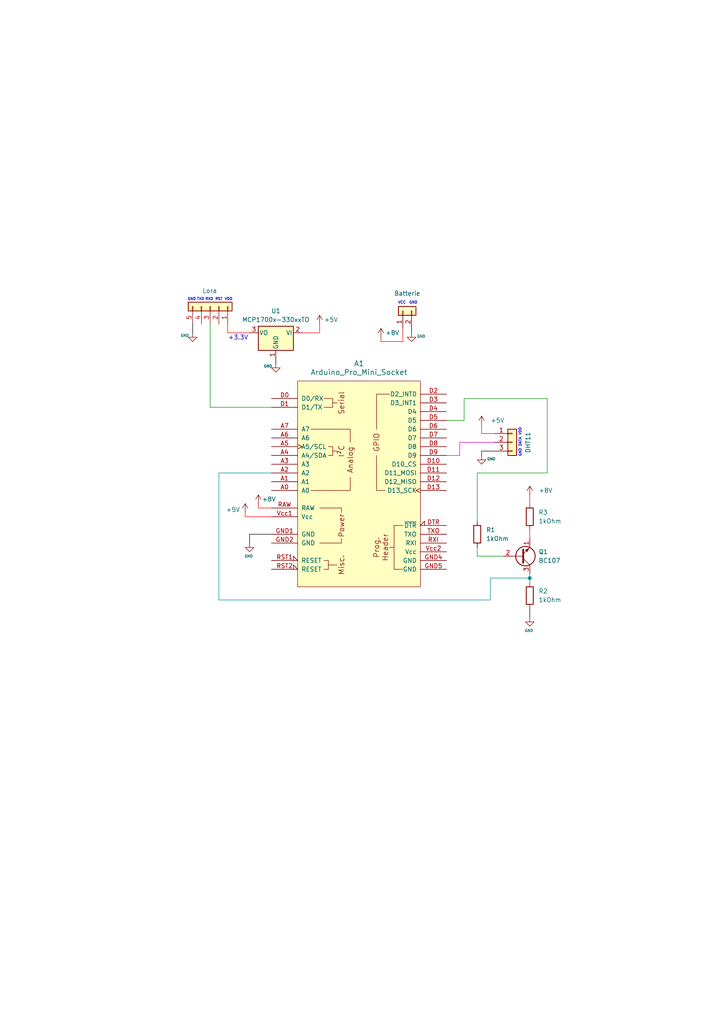
<source format=kicad_sch>
(kicad_sch
	(version 20250114)
	(generator "eeschema")
	(generator_version "9.0")
	(uuid "7caf8978-ebce-4730-ad25-e61529cd09d7")
	(paper "A4" portrait)
	(title_block
		(title "ModuloC")
		(date "2025-11-29")
	)
	(lib_symbols
		(symbol "Connector_Generic:Conn_01x02"
			(pin_names
				(offset 1.016)
				(hide yes)
			)
			(exclude_from_sim no)
			(in_bom yes)
			(on_board yes)
			(property "Reference" "J"
				(at 0 2.54 0)
				(effects
					(font
						(size 1.27 1.27)
					)
				)
			)
			(property "Value" "Conn_01x02"
				(at 0 -5.08 0)
				(effects
					(font
						(size 1.27 1.27)
					)
				)
			)
			(property "Footprint" ""
				(at 0 0 0)
				(effects
					(font
						(size 1.27 1.27)
					)
					(hide yes)
				)
			)
			(property "Datasheet" "~"
				(at 0 0 0)
				(effects
					(font
						(size 1.27 1.27)
					)
					(hide yes)
				)
			)
			(property "Description" "Generic connector, single row, 01x02, script generated (kicad-library-utils/schlib/autogen/connector/)"
				(at 0 0 0)
				(effects
					(font
						(size 1.27 1.27)
					)
					(hide yes)
				)
			)
			(property "ki_keywords" "connector"
				(at 0 0 0)
				(effects
					(font
						(size 1.27 1.27)
					)
					(hide yes)
				)
			)
			(property "ki_fp_filters" "Connector*:*_1x??_*"
				(at 0 0 0)
				(effects
					(font
						(size 1.27 1.27)
					)
					(hide yes)
				)
			)
			(symbol "Conn_01x02_1_1"
				(rectangle
					(start -1.27 1.27)
					(end 1.27 -3.81)
					(stroke
						(width 0.254)
						(type default)
					)
					(fill
						(type background)
					)
				)
				(rectangle
					(start -1.27 0.127)
					(end 0 -0.127)
					(stroke
						(width 0.1524)
						(type default)
					)
					(fill
						(type none)
					)
				)
				(rectangle
					(start -1.27 -2.413)
					(end 0 -2.667)
					(stroke
						(width 0.1524)
						(type default)
					)
					(fill
						(type none)
					)
				)
				(pin passive line
					(at -5.08 0 0)
					(length 3.81)
					(name "Pin_1"
						(effects
							(font
								(size 1.27 1.27)
							)
						)
					)
					(number "1"
						(effects
							(font
								(size 1.27 1.27)
							)
						)
					)
				)
				(pin passive line
					(at -5.08 -2.54 0)
					(length 3.81)
					(name "Pin_2"
						(effects
							(font
								(size 1.27 1.27)
							)
						)
					)
					(number "2"
						(effects
							(font
								(size 1.27 1.27)
							)
						)
					)
				)
			)
			(embedded_fonts no)
		)
		(symbol "Connector_Generic:Conn_01x03"
			(pin_names
				(offset 1.016)
				(hide yes)
			)
			(exclude_from_sim no)
			(in_bom yes)
			(on_board yes)
			(property "Reference" "J"
				(at 0 5.08 0)
				(effects
					(font
						(size 1.27 1.27)
					)
				)
			)
			(property "Value" "Conn_01x03"
				(at 0 -5.08 0)
				(effects
					(font
						(size 1.27 1.27)
					)
				)
			)
			(property "Footprint" ""
				(at 0 0 0)
				(effects
					(font
						(size 1.27 1.27)
					)
					(hide yes)
				)
			)
			(property "Datasheet" "~"
				(at 0 0 0)
				(effects
					(font
						(size 1.27 1.27)
					)
					(hide yes)
				)
			)
			(property "Description" "Generic connector, single row, 01x03, script generated (kicad-library-utils/schlib/autogen/connector/)"
				(at 0 0 0)
				(effects
					(font
						(size 1.27 1.27)
					)
					(hide yes)
				)
			)
			(property "ki_keywords" "connector"
				(at 0 0 0)
				(effects
					(font
						(size 1.27 1.27)
					)
					(hide yes)
				)
			)
			(property "ki_fp_filters" "Connector*:*_1x??_*"
				(at 0 0 0)
				(effects
					(font
						(size 1.27 1.27)
					)
					(hide yes)
				)
			)
			(symbol "Conn_01x03_1_1"
				(rectangle
					(start -1.27 3.81)
					(end 1.27 -3.81)
					(stroke
						(width 0.254)
						(type default)
					)
					(fill
						(type background)
					)
				)
				(rectangle
					(start -1.27 2.667)
					(end 0 2.413)
					(stroke
						(width 0.1524)
						(type default)
					)
					(fill
						(type none)
					)
				)
				(rectangle
					(start -1.27 0.127)
					(end 0 -0.127)
					(stroke
						(width 0.1524)
						(type default)
					)
					(fill
						(type none)
					)
				)
				(rectangle
					(start -1.27 -2.413)
					(end 0 -2.667)
					(stroke
						(width 0.1524)
						(type default)
					)
					(fill
						(type none)
					)
				)
				(pin passive line
					(at -5.08 2.54 0)
					(length 3.81)
					(name "Pin_1"
						(effects
							(font
								(size 1.27 1.27)
							)
						)
					)
					(number "1"
						(effects
							(font
								(size 1.27 1.27)
							)
						)
					)
				)
				(pin passive line
					(at -5.08 0 0)
					(length 3.81)
					(name "Pin_2"
						(effects
							(font
								(size 1.27 1.27)
							)
						)
					)
					(number "2"
						(effects
							(font
								(size 1.27 1.27)
							)
						)
					)
				)
				(pin passive line
					(at -5.08 -2.54 0)
					(length 3.81)
					(name "Pin_3"
						(effects
							(font
								(size 1.27 1.27)
							)
						)
					)
					(number "3"
						(effects
							(font
								(size 1.27 1.27)
							)
						)
					)
				)
			)
			(embedded_fonts no)
		)
		(symbol "Connector_Generic:Conn_01x05"
			(pin_names
				(offset 1.016)
				(hide yes)
			)
			(exclude_from_sim no)
			(in_bom yes)
			(on_board yes)
			(property "Reference" "J"
				(at 0 7.62 0)
				(effects
					(font
						(size 1.27 1.27)
					)
				)
			)
			(property "Value" "Conn_01x05"
				(at 0 -7.62 0)
				(effects
					(font
						(size 1.27 1.27)
					)
				)
			)
			(property "Footprint" ""
				(at 0 0 0)
				(effects
					(font
						(size 1.27 1.27)
					)
					(hide yes)
				)
			)
			(property "Datasheet" "~"
				(at 0 0 0)
				(effects
					(font
						(size 1.27 1.27)
					)
					(hide yes)
				)
			)
			(property "Description" "Generic connector, single row, 01x05, script generated (kicad-library-utils/schlib/autogen/connector/)"
				(at 0 0 0)
				(effects
					(font
						(size 1.27 1.27)
					)
					(hide yes)
				)
			)
			(property "ki_keywords" "connector"
				(at 0 0 0)
				(effects
					(font
						(size 1.27 1.27)
					)
					(hide yes)
				)
			)
			(property "ki_fp_filters" "Connector*:*_1x??_*"
				(at 0 0 0)
				(effects
					(font
						(size 1.27 1.27)
					)
					(hide yes)
				)
			)
			(symbol "Conn_01x05_1_1"
				(rectangle
					(start -1.27 6.35)
					(end 1.27 -6.35)
					(stroke
						(width 0.254)
						(type default)
					)
					(fill
						(type background)
					)
				)
				(rectangle
					(start -1.27 5.207)
					(end 0 4.953)
					(stroke
						(width 0.1524)
						(type default)
					)
					(fill
						(type none)
					)
				)
				(rectangle
					(start -1.27 2.667)
					(end 0 2.413)
					(stroke
						(width 0.1524)
						(type default)
					)
					(fill
						(type none)
					)
				)
				(rectangle
					(start -1.27 0.127)
					(end 0 -0.127)
					(stroke
						(width 0.1524)
						(type default)
					)
					(fill
						(type none)
					)
				)
				(rectangle
					(start -1.27 -2.413)
					(end 0 -2.667)
					(stroke
						(width 0.1524)
						(type default)
					)
					(fill
						(type none)
					)
				)
				(rectangle
					(start -1.27 -4.953)
					(end 0 -5.207)
					(stroke
						(width 0.1524)
						(type default)
					)
					(fill
						(type none)
					)
				)
				(pin passive line
					(at -5.08 5.08 0)
					(length 3.81)
					(name "Pin_1"
						(effects
							(font
								(size 1.27 1.27)
							)
						)
					)
					(number "1"
						(effects
							(font
								(size 1.27 1.27)
							)
						)
					)
				)
				(pin passive line
					(at -5.08 2.54 0)
					(length 3.81)
					(name "Pin_2"
						(effects
							(font
								(size 1.27 1.27)
							)
						)
					)
					(number "2"
						(effects
							(font
								(size 1.27 1.27)
							)
						)
					)
				)
				(pin passive line
					(at -5.08 0 0)
					(length 3.81)
					(name "Pin_3"
						(effects
							(font
								(size 1.27 1.27)
							)
						)
					)
					(number "3"
						(effects
							(font
								(size 1.27 1.27)
							)
						)
					)
				)
				(pin passive line
					(at -5.08 -2.54 0)
					(length 3.81)
					(name "Pin_4"
						(effects
							(font
								(size 1.27 1.27)
							)
						)
					)
					(number "4"
						(effects
							(font
								(size 1.27 1.27)
							)
						)
					)
				)
				(pin passive line
					(at -5.08 -5.08 0)
					(length 3.81)
					(name "Pin_5"
						(effects
							(font
								(size 1.27 1.27)
							)
						)
					)
					(number "5"
						(effects
							(font
								(size 1.27 1.27)
							)
						)
					)
				)
			)
			(embedded_fonts no)
		)
		(symbol "Device:R"
			(pin_numbers
				(hide yes)
			)
			(pin_names
				(offset 0)
			)
			(exclude_from_sim no)
			(in_bom yes)
			(on_board yes)
			(property "Reference" "R"
				(at 2.032 0 90)
				(effects
					(font
						(size 1.27 1.27)
					)
				)
			)
			(property "Value" "R"
				(at 0 0 90)
				(effects
					(font
						(size 1.27 1.27)
					)
				)
			)
			(property "Footprint" ""
				(at -1.778 0 90)
				(effects
					(font
						(size 1.27 1.27)
					)
					(hide yes)
				)
			)
			(property "Datasheet" "~"
				(at 0 0 0)
				(effects
					(font
						(size 1.27 1.27)
					)
					(hide yes)
				)
			)
			(property "Description" "Resistor"
				(at 0 0 0)
				(effects
					(font
						(size 1.27 1.27)
					)
					(hide yes)
				)
			)
			(property "ki_keywords" "R res resistor"
				(at 0 0 0)
				(effects
					(font
						(size 1.27 1.27)
					)
					(hide yes)
				)
			)
			(property "ki_fp_filters" "R_*"
				(at 0 0 0)
				(effects
					(font
						(size 1.27 1.27)
					)
					(hide yes)
				)
			)
			(symbol "R_0_1"
				(rectangle
					(start -1.016 -2.54)
					(end 1.016 2.54)
					(stroke
						(width 0.254)
						(type default)
					)
					(fill
						(type none)
					)
				)
			)
			(symbol "R_1_1"
				(pin passive line
					(at 0 3.81 270)
					(length 1.27)
					(name "~"
						(effects
							(font
								(size 1.27 1.27)
							)
						)
					)
					(number "1"
						(effects
							(font
								(size 1.27 1.27)
							)
						)
					)
				)
				(pin passive line
					(at 0 -3.81 90)
					(length 1.27)
					(name "~"
						(effects
							(font
								(size 1.27 1.27)
							)
						)
					)
					(number "2"
						(effects
							(font
								(size 1.27 1.27)
							)
						)
					)
				)
			)
			(embedded_fonts no)
		)
		(symbol "Regulator_Linear:MCP1700x-330xxTO"
			(pin_names
				(offset 0.254)
			)
			(exclude_from_sim no)
			(in_bom yes)
			(on_board yes)
			(property "Reference" "U"
				(at -3.81 -3.175 0)
				(effects
					(font
						(size 1.27 1.27)
					)
				)
			)
			(property "Value" "MCP1700x-330xxTO"
				(at 0 -3.175 0)
				(effects
					(font
						(size 1.27 1.27)
					)
					(justify left)
				)
			)
			(property "Footprint" "Package_TO_SOT_THT:TO-92_Inline"
				(at 0 -5.08 0)
				(effects
					(font
						(size 1.27 1.27)
						(italic yes)
					)
					(hide yes)
				)
			)
			(property "Datasheet" "http://ww1.microchip.com/downloads/en/DeviceDoc/20001826D.pdf"
				(at 0 0 0)
				(effects
					(font
						(size 1.27 1.27)
					)
					(hide yes)
				)
			)
			(property "Description" "250mA Low Quiscent Current LDO, 3.3V output, TO-92"
				(at 0 0 0)
				(effects
					(font
						(size 1.27 1.27)
					)
					(hide yes)
				)
			)
			(property "ki_keywords" "regulator linear ldo"
				(at 0 0 0)
				(effects
					(font
						(size 1.27 1.27)
					)
					(hide yes)
				)
			)
			(property "ki_fp_filters" "TO?92*"
				(at 0 0 0)
				(effects
					(font
						(size 1.27 1.27)
					)
					(hide yes)
				)
			)
			(symbol "MCP1700x-330xxTO_0_1"
				(rectangle
					(start -5.08 5.08)
					(end 5.08 -1.905)
					(stroke
						(width 0.254)
						(type default)
					)
					(fill
						(type background)
					)
				)
			)
			(symbol "MCP1700x-330xxTO_1_1"
				(pin power_in line
					(at -7.62 0 0)
					(length 2.54)
					(name "VI"
						(effects
							(font
								(size 1.27 1.27)
							)
						)
					)
					(number "2"
						(effects
							(font
								(size 1.27 1.27)
							)
						)
					)
				)
				(pin power_in line
					(at 0 7.62 270)
					(length 2.54)
					(name "GND"
						(effects
							(font
								(size 1.27 1.27)
							)
						)
					)
					(number "1"
						(effects
							(font
								(size 1.27 1.27)
							)
						)
					)
				)
				(pin power_out line
					(at 7.62 0 180)
					(length 2.54)
					(name "VO"
						(effects
							(font
								(size 1.27 1.27)
							)
						)
					)
					(number "3"
						(effects
							(font
								(size 1.27 1.27)
							)
						)
					)
				)
			)
			(embedded_fonts no)
		)
		(symbol "Transistor_BJT:BC107"
			(pin_names
				(offset 0)
				(hide yes)
			)
			(exclude_from_sim no)
			(in_bom yes)
			(on_board yes)
			(property "Reference" "Q"
				(at 5.08 1.905 0)
				(effects
					(font
						(size 1.27 1.27)
					)
					(justify left)
				)
			)
			(property "Value" "BC107"
				(at 5.08 0 0)
				(effects
					(font
						(size 1.27 1.27)
					)
					(justify left)
				)
			)
			(property "Footprint" "Package_TO_SOT_THT:TO-18-3"
				(at 5.08 -1.905 0)
				(effects
					(font
						(size 1.27 1.27)
						(italic yes)
					)
					(justify left)
					(hide yes)
				)
			)
			(property "Datasheet" "http://www.b-kainka.de/Daten/Transistor/BC108.pdf"
				(at 0 0 0)
				(effects
					(font
						(size 1.27 1.27)
					)
					(justify left)
					(hide yes)
				)
			)
			(property "Description" "0.1A Ic, 50V Vce, Low Noise General Purpose NPN Transistor, TO-18"
				(at 0 0 0)
				(effects
					(font
						(size 1.27 1.27)
					)
					(hide yes)
				)
			)
			(property "ki_keywords" "NPN low noise transistor"
				(at 0 0 0)
				(effects
					(font
						(size 1.27 1.27)
					)
					(hide yes)
				)
			)
			(property "ki_fp_filters" "TO?18*"
				(at 0 0 0)
				(effects
					(font
						(size 1.27 1.27)
					)
					(hide yes)
				)
			)
			(symbol "BC107_0_1"
				(polyline
					(pts
						(xy -2.54 0) (xy 0.635 0)
					)
					(stroke
						(width 0)
						(type default)
					)
					(fill
						(type none)
					)
				)
				(polyline
					(pts
						(xy 0.635 1.905) (xy 0.635 -1.905)
					)
					(stroke
						(width 0.508)
						(type default)
					)
					(fill
						(type none)
					)
				)
				(circle
					(center 1.27 0)
					(radius 2.8194)
					(stroke
						(width 0.254)
						(type default)
					)
					(fill
						(type none)
					)
				)
			)
			(symbol "BC107_1_1"
				(polyline
					(pts
						(xy 0.635 0.635) (xy 2.54 2.54)
					)
					(stroke
						(width 0)
						(type default)
					)
					(fill
						(type none)
					)
				)
				(polyline
					(pts
						(xy 0.635 -0.635) (xy 2.54 -2.54)
					)
					(stroke
						(width 0)
						(type default)
					)
					(fill
						(type none)
					)
				)
				(polyline
					(pts
						(xy 1.27 -1.778) (xy 1.778 -1.27) (xy 2.286 -2.286) (xy 1.27 -1.778)
					)
					(stroke
						(width 0)
						(type default)
					)
					(fill
						(type outline)
					)
				)
				(pin input line
					(at -5.08 0 0)
					(length 2.54)
					(name "B"
						(effects
							(font
								(size 1.27 1.27)
							)
						)
					)
					(number "2"
						(effects
							(font
								(size 1.27 1.27)
							)
						)
					)
				)
				(pin passive line
					(at 2.54 5.08 270)
					(length 2.54)
					(name "C"
						(effects
							(font
								(size 1.27 1.27)
							)
						)
					)
					(number "3"
						(effects
							(font
								(size 1.27 1.27)
							)
						)
					)
				)
				(pin passive line
					(at 2.54 -5.08 90)
					(length 2.54)
					(name "E"
						(effects
							(font
								(size 1.27 1.27)
							)
						)
					)
					(number "1"
						(effects
							(font
								(size 1.27 1.27)
							)
						)
					)
				)
			)
			(embedded_fonts no)
		)
		(symbol "arduino:Arduino_Pro_Mini_Socket"
			(pin_names
				(offset 1.016)
			)
			(exclude_from_sim no)
			(in_bom yes)
			(on_board yes)
			(property "Reference" "A"
				(at 0 36.83 0)
				(effects
					(font
						(size 1.524 1.524)
					)
				)
			)
			(property "Value" "Arduino_Pro_Mini_Socket"
				(at 0 33.02 0)
				(effects
					(font
						(size 1.524 1.524)
					)
				)
			)
			(property "Footprint" "PCM_arduino-library:Arduino_Pro_Mini_Socket"
				(at 0 -36.83 0)
				(effects
					(font
						(size 1.524 1.524)
					)
					(hide yes)
				)
			)
			(property "Datasheet" "https://docs.arduino.cc/retired/boards/arduino-pro-mini"
				(at 0 -33.02 0)
				(effects
					(font
						(size 1.524 1.524)
					)
					(hide yes)
				)
			)
			(property "Description" "Socket for Arduino Pro Mini"
				(at 0 0 0)
				(effects
					(font
						(size 1.27 1.27)
					)
					(hide yes)
				)
			)
			(property "ki_keywords" "Arduino MPU Shield"
				(at 0 0 0)
				(effects
					(font
						(size 1.27 1.27)
					)
					(hide yes)
				)
			)
			(property "ki_fp_filters" "Arduino_Pro_Mini_Socket"
				(at 0 0 0)
				(effects
					(font
						(size 1.27 1.27)
					)
					(hide yes)
				)
			)
			(symbol "Arduino_Pro_Mini_Socket_0_0"
				(rectangle
					(start -17.78 30.48)
					(end 17.78 -29.21)
					(stroke
						(width 0)
						(type default)
					)
					(fill
						(type background)
					)
				)
				(polyline
					(pts
						(xy -11.43 -16.51) (xy -5.08 -16.51) (xy -5.08 -15.24)
					)
					(stroke
						(width 0)
						(type default)
					)
					(fill
						(type none)
					)
				)
				(polyline
					(pts
						(xy -10.16 25.4) (xy -7.62 25.4) (xy -7.62 22.86) (xy -10.16 22.86)
					)
					(stroke
						(width 0)
						(type default)
					)
					(fill
						(type none)
					)
				)
				(polyline
					(pts
						(xy -8.89 11.43) (xy -7.62 11.43) (xy -7.62 8.89) (xy -8.89 8.89)
					)
					(stroke
						(width 0)
						(type default)
					)
					(fill
						(type none)
					)
				)
				(polyline
					(pts
						(xy -7.62 24.13) (xy -6.35 24.13)
					)
					(stroke
						(width 0)
						(type default)
					)
					(fill
						(type none)
					)
				)
				(polyline
					(pts
						(xy -7.62 10.16) (xy -6.35 10.16)
					)
					(stroke
						(width 0)
						(type default)
					)
					(fill
						(type none)
					)
				)
				(polyline
					(pts
						(xy -6.35 -22.86) (xy -8.89 -22.86)
					)
					(stroke
						(width 0)
						(type default)
					)
					(fill
						(type none)
					)
				)
				(polyline
					(pts
						(xy -5.08 -7.62) (xy -5.08 -6.35) (xy -11.43 -6.35)
					)
					(stroke
						(width 0)
						(type default)
					)
					(fill
						(type none)
					)
				)
				(polyline
					(pts
						(xy -2.54 12.7) (xy -2.54 16.51) (xy -13.97 16.51)
					)
					(stroke
						(width 0)
						(type default)
					)
					(fill
						(type none)
					)
				)
				(polyline
					(pts
						(xy -2.54 2.54) (xy -2.54 -1.27) (xy -13.97 -1.27)
					)
					(stroke
						(width 0)
						(type default)
					)
					(fill
						(type none)
					)
				)
				(polyline
					(pts
						(xy 12.7 -11.43) (xy 10.16 -11.43) (xy 10.16 -16.51) (xy 10.16 -17.78) (xy 8.89 -17.78) (xy 10.16 -17.78)
						(xy 10.16 -24.13) (xy 12.7 -24.13)
					)
					(stroke
						(width 0)
						(type default)
					)
					(fill
						(type none)
					)
				)
				(text "Serial"
					(at -5.08 24.13 900)
					(effects
						(font
							(size 1.524 1.524)
						)
					)
				)
				(text "I²C"
					(at -5.08 10.16 900)
					(effects
						(font
							(size 1.524 1.524)
						)
					)
				)
				(text "Power"
					(at -5.08 -11.43 900)
					(effects
						(font
							(size 1.524 1.524)
						)
					)
				)
				(text "Misc."
					(at -5.08 -22.86 900)
					(effects
						(font
							(size 1.524 1.524)
						)
					)
				)
				(text "Analog"
					(at -2.54 7.62 900)
					(effects
						(font
							(size 1.524 1.524)
						)
					)
				)
				(text "Prog."
					(at 5.08 -17.78 900)
					(effects
						(font
							(size 1.524 1.524)
						)
					)
				)
				(text "Header"
					(at 7.62 -17.78 900)
					(effects
						(font
							(size 1.524 1.524)
						)
					)
				)
			)
			(symbol "Arduino_Pro_Mini_Socket_0_1"
				(polyline
					(pts
						(xy -10.16 -24.13) (xy -8.89 -24.13) (xy -8.89 -21.59) (xy -10.16 -21.59)
					)
					(stroke
						(width 0)
						(type default)
					)
					(fill
						(type none)
					)
				)
				(polyline
					(pts
						(xy 7.62 -1.27) (xy 5.08 -1.27) (xy 5.08 8.89)
					)
					(stroke
						(width 0)
						(type default)
					)
					(fill
						(type none)
					)
				)
				(polyline
					(pts
						(xy 8.89 26.67) (xy 5.08 26.67) (xy 5.08 16.51)
					)
					(stroke
						(width 0)
						(type default)
					)
					(fill
						(type none)
					)
				)
			)
			(symbol "Arduino_Pro_Mini_Socket_1_0"
				(text "GPIO"
					(at 5.08 12.7 900)
					(effects
						(font
							(size 1.524 1.524)
						)
					)
				)
			)
			(symbol "Arduino_Pro_Mini_Socket_1_1"
				(pin bidirectional line
					(at -25.4 25.4 0)
					(length 7.62)
					(name "D0/RX"
						(effects
							(font
								(size 1.27 1.27)
							)
						)
					)
					(number "D0"
						(effects
							(font
								(size 1.27 1.27)
							)
						)
					)
				)
				(pin bidirectional line
					(at -25.4 22.86 0)
					(length 7.62)
					(name "D1/TX"
						(effects
							(font
								(size 1.27 1.27)
							)
						)
					)
					(number "D1"
						(effects
							(font
								(size 1.27 1.27)
							)
						)
					)
				)
				(pin input line
					(at -25.4 16.51 0)
					(length 7.62)
					(name "A7"
						(effects
							(font
								(size 1.27 1.27)
							)
						)
					)
					(number "A7"
						(effects
							(font
								(size 1.27 1.27)
							)
						)
					)
				)
				(pin input line
					(at -25.4 13.97 0)
					(length 7.62)
					(name "A6"
						(effects
							(font
								(size 1.27 1.27)
							)
						)
					)
					(number "A6"
						(effects
							(font
								(size 1.27 1.27)
							)
						)
					)
				)
				(pin bidirectional clock
					(at -25.4 11.43 0)
					(length 7.62)
					(name "A5/SCL"
						(effects
							(font
								(size 1.27 1.27)
							)
						)
					)
					(number "A5"
						(effects
							(font
								(size 1.27 1.27)
							)
						)
					)
				)
				(pin bidirectional line
					(at -25.4 8.89 0)
					(length 7.62)
					(name "A4/SDA"
						(effects
							(font
								(size 1.27 1.27)
							)
						)
					)
					(number "A4"
						(effects
							(font
								(size 1.27 1.27)
							)
						)
					)
				)
				(pin bidirectional line
					(at -25.4 6.35 0)
					(length 7.62)
					(name "A3"
						(effects
							(font
								(size 1.27 1.27)
							)
						)
					)
					(number "A3"
						(effects
							(font
								(size 1.27 1.27)
							)
						)
					)
				)
				(pin bidirectional line
					(at -25.4 3.81 0)
					(length 7.62)
					(name "A2"
						(effects
							(font
								(size 1.27 1.27)
							)
						)
					)
					(number "A2"
						(effects
							(font
								(size 1.27 1.27)
							)
						)
					)
				)
				(pin bidirectional line
					(at -25.4 1.27 0)
					(length 7.62)
					(name "A1"
						(effects
							(font
								(size 1.27 1.27)
							)
						)
					)
					(number "A1"
						(effects
							(font
								(size 1.27 1.27)
							)
						)
					)
				)
				(pin bidirectional line
					(at -25.4 -1.27 0)
					(length 7.62)
					(name "A0"
						(effects
							(font
								(size 1.27 1.27)
							)
						)
					)
					(number "A0"
						(effects
							(font
								(size 1.27 1.27)
							)
						)
					)
				)
				(pin power_in line
					(at -25.4 -6.35 0)
					(length 7.62)
					(name "RAW"
						(effects
							(font
								(size 1.27 1.27)
							)
						)
					)
					(number "RAW"
						(effects
							(font
								(size 1.27 1.27)
							)
						)
					)
				)
				(pin power_in line
					(at -25.4 -8.89 0)
					(length 7.62)
					(name "Vcc"
						(effects
							(font
								(size 1.27 1.27)
							)
						)
					)
					(number "Vcc1"
						(effects
							(font
								(size 1.27 1.27)
							)
						)
					)
				)
				(pin power_in line
					(at -25.4 -13.97 0)
					(length 7.62)
					(name "GND"
						(effects
							(font
								(size 1.27 1.27)
							)
						)
					)
					(number "GND1"
						(effects
							(font
								(size 1.27 1.27)
							)
						)
					)
				)
				(pin power_in line
					(at -25.4 -16.51 0)
					(length 7.62)
					(name "GND"
						(effects
							(font
								(size 1.27 1.27)
							)
						)
					)
					(number "GND2"
						(effects
							(font
								(size 1.27 1.27)
							)
						)
					)
				)
				(pin open_collector input_low
					(at -25.4 -21.59 0)
					(length 7.62)
					(name "RESET"
						(effects
							(font
								(size 1.27 1.27)
							)
						)
					)
					(number "RST1"
						(effects
							(font
								(size 1.27 1.27)
							)
						)
					)
				)
				(pin open_collector input_low
					(at -25.4 -24.13 0)
					(length 7.62)
					(name "RESET"
						(effects
							(font
								(size 1.27 1.27)
							)
						)
					)
					(number "RST2"
						(effects
							(font
								(size 1.27 1.27)
							)
						)
					)
				)
				(pin bidirectional line
					(at 25.4 26.67 180)
					(length 7.62)
					(name "D2_INT0"
						(effects
							(font
								(size 1.27 1.27)
							)
						)
					)
					(number "D2"
						(effects
							(font
								(size 1.27 1.27)
							)
						)
					)
				)
				(pin bidirectional line
					(at 25.4 24.13 180)
					(length 7.62)
					(name "D3_INT1"
						(effects
							(font
								(size 1.27 1.27)
							)
						)
					)
					(number "D3"
						(effects
							(font
								(size 1.27 1.27)
							)
						)
					)
				)
				(pin bidirectional line
					(at 25.4 21.59 180)
					(length 7.62)
					(name "D4"
						(effects
							(font
								(size 1.27 1.27)
							)
						)
					)
					(number "D4"
						(effects
							(font
								(size 1.27 1.27)
							)
						)
					)
				)
				(pin bidirectional line
					(at 25.4 19.05 180)
					(length 7.62)
					(name "D5"
						(effects
							(font
								(size 1.27 1.27)
							)
						)
					)
					(number "D5"
						(effects
							(font
								(size 1.27 1.27)
							)
						)
					)
				)
				(pin bidirectional line
					(at 25.4 16.51 180)
					(length 7.62)
					(name "D6"
						(effects
							(font
								(size 1.27 1.27)
							)
						)
					)
					(number "D6"
						(effects
							(font
								(size 1.27 1.27)
							)
						)
					)
				)
				(pin bidirectional line
					(at 25.4 13.97 180)
					(length 7.62)
					(name "D7"
						(effects
							(font
								(size 1.27 1.27)
							)
						)
					)
					(number "D7"
						(effects
							(font
								(size 1.27 1.27)
							)
						)
					)
				)
				(pin bidirectional line
					(at 25.4 11.43 180)
					(length 7.62)
					(name "D8"
						(effects
							(font
								(size 1.27 1.27)
							)
						)
					)
					(number "D8"
						(effects
							(font
								(size 1.27 1.27)
							)
						)
					)
				)
				(pin bidirectional line
					(at 25.4 8.89 180)
					(length 7.62)
					(name "D9"
						(effects
							(font
								(size 1.27 1.27)
							)
						)
					)
					(number "D9"
						(effects
							(font
								(size 1.27 1.27)
							)
						)
					)
				)
				(pin bidirectional line
					(at 25.4 6.35 180)
					(length 7.62)
					(name "D10_CS"
						(effects
							(font
								(size 1.27 1.27)
							)
						)
					)
					(number "D10"
						(effects
							(font
								(size 1.27 1.27)
							)
						)
					)
				)
				(pin bidirectional line
					(at 25.4 3.81 180)
					(length 7.62)
					(name "D11_MOSI"
						(effects
							(font
								(size 1.27 1.27)
							)
						)
					)
					(number "D11"
						(effects
							(font
								(size 1.27 1.27)
							)
						)
					)
				)
				(pin bidirectional line
					(at 25.4 1.27 180)
					(length 7.62)
					(name "D12_MISO"
						(effects
							(font
								(size 1.27 1.27)
							)
						)
					)
					(number "D12"
						(effects
							(font
								(size 1.27 1.27)
							)
						)
					)
				)
				(pin bidirectional clock
					(at 25.4 -1.27 180)
					(length 7.62)
					(name "D13_SCK"
						(effects
							(font
								(size 1.27 1.27)
							)
						)
					)
					(number "D13"
						(effects
							(font
								(size 1.27 1.27)
							)
						)
					)
				)
				(pin input input_low
					(at 25.4 -11.43 180)
					(length 7.62)
					(name "~{DTR}"
						(effects
							(font
								(size 1.27 1.27)
							)
						)
					)
					(number "DTR"
						(effects
							(font
								(size 1.27 1.27)
							)
						)
					)
				)
				(pin output line
					(at 25.4 -13.97 180)
					(length 7.62)
					(name "TXO"
						(effects
							(font
								(size 1.27 1.27)
							)
						)
					)
					(number "TXO"
						(effects
							(font
								(size 1.27 1.27)
							)
						)
					)
				)
				(pin input line
					(at 25.4 -16.51 180)
					(length 7.62)
					(name "RXI"
						(effects
							(font
								(size 1.27 1.27)
							)
						)
					)
					(number "RXI"
						(effects
							(font
								(size 1.27 1.27)
							)
						)
					)
				)
				(pin power_in line
					(at 25.4 -19.05 180)
					(length 7.62)
					(name "Vcc"
						(effects
							(font
								(size 1.27 1.27)
							)
						)
					)
					(number "Vcc2"
						(effects
							(font
								(size 1.27 1.27)
							)
						)
					)
				)
				(pin power_in line
					(at 25.4 -21.59 180)
					(length 7.62)
					(name "GND"
						(effects
							(font
								(size 1.27 1.27)
							)
						)
					)
					(number "GND4"
						(effects
							(font
								(size 1.27 1.27)
							)
						)
					)
				)
				(pin power_in line
					(at 25.4 -24.13 180)
					(length 7.62)
					(name "GND"
						(effects
							(font
								(size 1.27 1.27)
							)
						)
					)
					(number "GND5"
						(effects
							(font
								(size 1.27 1.27)
							)
						)
					)
				)
			)
			(embedded_fonts no)
		)
		(symbol "power:+5V"
			(power)
			(pin_numbers
				(hide yes)
			)
			(pin_names
				(offset 0)
				(hide yes)
			)
			(exclude_from_sim no)
			(in_bom yes)
			(on_board yes)
			(property "Reference" "#PWR"
				(at 0 -3.81 0)
				(effects
					(font
						(size 1.27 1.27)
					)
					(hide yes)
				)
			)
			(property "Value" "+5V"
				(at 0 3.556 0)
				(effects
					(font
						(size 1.27 1.27)
					)
				)
			)
			(property "Footprint" ""
				(at 0 0 0)
				(effects
					(font
						(size 1.27 1.27)
					)
					(hide yes)
				)
			)
			(property "Datasheet" ""
				(at 0 0 0)
				(effects
					(font
						(size 1.27 1.27)
					)
					(hide yes)
				)
			)
			(property "Description" "Power symbol creates a global label with name \"+5V\""
				(at 0 0 0)
				(effects
					(font
						(size 1.27 1.27)
					)
					(hide yes)
				)
			)
			(property "ki_keywords" "global power"
				(at 0 0 0)
				(effects
					(font
						(size 1.27 1.27)
					)
					(hide yes)
				)
			)
			(symbol "+5V_0_1"
				(polyline
					(pts
						(xy -0.762 1.27) (xy 0 2.54)
					)
					(stroke
						(width 0)
						(type default)
					)
					(fill
						(type none)
					)
				)
				(polyline
					(pts
						(xy 0 2.54) (xy 0.762 1.27)
					)
					(stroke
						(width 0)
						(type default)
					)
					(fill
						(type none)
					)
				)
				(polyline
					(pts
						(xy 0 0) (xy 0 2.54)
					)
					(stroke
						(width 0)
						(type default)
					)
					(fill
						(type none)
					)
				)
			)
			(symbol "+5V_1_1"
				(pin power_in line
					(at 0 0 90)
					(length 0)
					(name "~"
						(effects
							(font
								(size 1.27 1.27)
							)
						)
					)
					(number "1"
						(effects
							(font
								(size 1.27 1.27)
							)
						)
					)
				)
			)
			(embedded_fonts no)
		)
		(symbol "power:+7.5V"
			(power)
			(pin_numbers
				(hide yes)
			)
			(pin_names
				(offset 0)
				(hide yes)
			)
			(exclude_from_sim no)
			(in_bom yes)
			(on_board yes)
			(property "Reference" "#PWR"
				(at 0 -3.81 0)
				(effects
					(font
						(size 1.27 1.27)
					)
					(hide yes)
				)
			)
			(property "Value" "+7.5V"
				(at 0 3.556 0)
				(effects
					(font
						(size 1.27 1.27)
					)
				)
			)
			(property "Footprint" ""
				(at 0 0 0)
				(effects
					(font
						(size 1.27 1.27)
					)
					(hide yes)
				)
			)
			(property "Datasheet" ""
				(at 0 0 0)
				(effects
					(font
						(size 1.27 1.27)
					)
					(hide yes)
				)
			)
			(property "Description" "Power symbol creates a global label with name \"+7.5V\""
				(at 0 0 0)
				(effects
					(font
						(size 1.27 1.27)
					)
					(hide yes)
				)
			)
			(property "ki_keywords" "global power"
				(at 0 0 0)
				(effects
					(font
						(size 1.27 1.27)
					)
					(hide yes)
				)
			)
			(symbol "+7.5V_0_1"
				(polyline
					(pts
						(xy -0.762 1.27) (xy 0 2.54)
					)
					(stroke
						(width 0)
						(type default)
					)
					(fill
						(type none)
					)
				)
				(polyline
					(pts
						(xy 0 2.54) (xy 0.762 1.27)
					)
					(stroke
						(width 0)
						(type default)
					)
					(fill
						(type none)
					)
				)
				(polyline
					(pts
						(xy 0 0) (xy 0 2.54)
					)
					(stroke
						(width 0)
						(type default)
					)
					(fill
						(type none)
					)
				)
			)
			(symbol "+7.5V_1_1"
				(pin power_in line
					(at 0 0 90)
					(length 0)
					(name "~"
						(effects
							(font
								(size 1.27 1.27)
							)
						)
					)
					(number "1"
						(effects
							(font
								(size 1.27 1.27)
							)
						)
					)
				)
			)
			(embedded_fonts no)
		)
		(symbol "power:+8V"
			(power)
			(pin_numbers
				(hide yes)
			)
			(pin_names
				(offset 0)
				(hide yes)
			)
			(exclude_from_sim no)
			(in_bom yes)
			(on_board yes)
			(property "Reference" "#PWR"
				(at 0 -3.81 0)
				(effects
					(font
						(size 1.27 1.27)
					)
					(hide yes)
				)
			)
			(property "Value" "+8V"
				(at 0 3.556 0)
				(effects
					(font
						(size 1.27 1.27)
					)
				)
			)
			(property "Footprint" ""
				(at 0 0 0)
				(effects
					(font
						(size 1.27 1.27)
					)
					(hide yes)
				)
			)
			(property "Datasheet" ""
				(at 0 0 0)
				(effects
					(font
						(size 1.27 1.27)
					)
					(hide yes)
				)
			)
			(property "Description" "Power symbol creates a global label with name \"+8V\""
				(at 0 0 0)
				(effects
					(font
						(size 1.27 1.27)
					)
					(hide yes)
				)
			)
			(property "ki_keywords" "global power"
				(at 0 0 0)
				(effects
					(font
						(size 1.27 1.27)
					)
					(hide yes)
				)
			)
			(symbol "+8V_0_1"
				(polyline
					(pts
						(xy -0.762 1.27) (xy 0 2.54)
					)
					(stroke
						(width 0)
						(type default)
					)
					(fill
						(type none)
					)
				)
				(polyline
					(pts
						(xy 0 2.54) (xy 0.762 1.27)
					)
					(stroke
						(width 0)
						(type default)
					)
					(fill
						(type none)
					)
				)
				(polyline
					(pts
						(xy 0 0) (xy 0 2.54)
					)
					(stroke
						(width 0)
						(type default)
					)
					(fill
						(type none)
					)
				)
			)
			(symbol "+8V_1_1"
				(pin power_in line
					(at 0 0 90)
					(length 0)
					(name "~"
						(effects
							(font
								(size 1.27 1.27)
							)
						)
					)
					(number "1"
						(effects
							(font
								(size 1.27 1.27)
							)
						)
					)
				)
			)
			(embedded_fonts no)
		)
		(symbol "power:GND"
			(power)
			(pin_numbers
				(hide yes)
			)
			(pin_names
				(offset 0)
				(hide yes)
			)
			(exclude_from_sim no)
			(in_bom yes)
			(on_board yes)
			(property "Reference" "#PWR"
				(at 0 -6.35 0)
				(effects
					(font
						(size 1.27 1.27)
					)
					(hide yes)
				)
			)
			(property "Value" "GND"
				(at 0 -3.81 0)
				(effects
					(font
						(size 1.27 1.27)
					)
				)
			)
			(property "Footprint" ""
				(at 0 0 0)
				(effects
					(font
						(size 1.27 1.27)
					)
					(hide yes)
				)
			)
			(property "Datasheet" ""
				(at 0 0 0)
				(effects
					(font
						(size 1.27 1.27)
					)
					(hide yes)
				)
			)
			(property "Description" "Power symbol creates a global label with name \"GND\" , ground"
				(at 0 0 0)
				(effects
					(font
						(size 1.27 1.27)
					)
					(hide yes)
				)
			)
			(property "ki_keywords" "global power"
				(at 0 0 0)
				(effects
					(font
						(size 1.27 1.27)
					)
					(hide yes)
				)
			)
			(symbol "GND_0_1"
				(polyline
					(pts
						(xy 0 0) (xy 0 -1.27) (xy 1.27 -1.27) (xy 0 -2.54) (xy -1.27 -1.27) (xy 0 -1.27)
					)
					(stroke
						(width 0)
						(type default)
					)
					(fill
						(type none)
					)
				)
			)
			(symbol "GND_1_1"
				(pin power_in line
					(at 0 0 270)
					(length 0)
					(name "~"
						(effects
							(font
								(size 1.27 1.27)
							)
						)
					)
					(number "1"
						(effects
							(font
								(size 1.27 1.27)
							)
						)
					)
				)
			)
			(embedded_fonts no)
		)
	)
	(text "RST"
		(exclude_from_sim no)
		(at 63.5 86.868 0)
		(effects
			(font
				(size 0.762 0.762)
			)
		)
		(uuid "210194d8-dd5f-49a1-83fd-e709a889d5be")
	)
	(text "GND\n"
		(exclude_from_sim no)
		(at 55.626 86.868 0)
		(effects
			(font
				(size 0.762 0.762)
			)
		)
		(uuid "30a29b00-321d-4a1e-b674-b7c001fbaf74")
	)
	(text "VDD"
		(exclude_from_sim no)
		(at 150.876 125.222 90)
		(effects
			(font
				(size 0.762 0.762)
			)
		)
		(uuid "591e7c7b-213d-4e91-afcd-a844e394c693")
	)
	(text "GND"
		(exclude_from_sim no)
		(at 119.888 87.884 0)
		(effects
			(font
				(size 0.762 0.762)
			)
		)
		(uuid "63c513a1-efbf-4560-9640-e19c95ddf133")
	)
	(text "DATA"
		(exclude_from_sim no)
		(at 150.876 128.27 90)
		(effects
			(font
				(size 0.762 0.762)
			)
		)
		(uuid "6fe5d544-8c41-4f29-8dae-44cf5aad8c74")
	)
	(text "VCC"
		(exclude_from_sim no)
		(at 116.586 87.884 0)
		(effects
			(font
				(size 0.762 0.762)
			)
		)
		(uuid "7ee18f30-89ff-4be6-8c72-5a501fc9f009")
	)
	(text "GND"
		(exclude_from_sim no)
		(at 150.876 131.318 90)
		(effects
			(font
				(size 0.762 0.762)
			)
		)
		(uuid "bf6b691a-093b-448c-a98a-d67c2b50bb32")
	)
	(text "TXD"
		(exclude_from_sim no)
		(at 58.166 86.868 0)
		(effects
			(font
				(size 0.762 0.762)
			)
		)
		(uuid "d4134aa9-d0e7-48db-8847-ba7640ca1a1c")
	)
	(text "+3.3V"
		(exclude_from_sim no)
		(at 69.088 98.044 0)
		(effects
			(font
				(size 1.27 1.27)
			)
		)
		(uuid "e7b4271a-77aa-48f4-bdc8-9b071cfd6eef")
	)
	(text "RXD"
		(exclude_from_sim no)
		(at 60.706 86.868 0)
		(effects
			(font
				(size 0.762 0.762)
			)
		)
		(uuid "fcc4a6e2-8c6e-4c7b-a565-6bcc57c4e8ba")
	)
	(text "VDD\n"
		(exclude_from_sim no)
		(at 66.294 86.868 0)
		(effects
			(font
				(size 0.762 0.762)
			)
		)
		(uuid "ffd99b89-66e7-4229-a7ba-65476284150e")
	)
	(junction
		(at 153.67 167.64)
		(diameter 0)
		(color 0 132 132 1)
		(uuid "017d3e77-15a7-4dd9-9806-84eb76ac80b2")
	)
	(wire
		(pts
			(xy 63.5 137.16) (xy 78.74 137.16)
		)
		(stroke
			(width 0)
			(type default)
			(color 0 132 132 1)
		)
		(uuid "0bdc89cb-6f10-4303-8df1-f9a7987dedd4")
	)
	(wire
		(pts
			(xy 153.67 153.67) (xy 153.67 156.21)
		)
		(stroke
			(width 0)
			(type default)
			(color 255 0 0 1)
		)
		(uuid "135d163a-4886-4ecb-a2f2-4638e9feb30a")
	)
	(wire
		(pts
			(xy 60.96 118.11) (xy 78.74 118.11)
		)
		(stroke
			(width 0)
			(type default)
		)
		(uuid "1e913bb6-2d04-4065-af0e-fb62ee5999fb")
	)
	(wire
		(pts
			(xy 71.12 149.86) (xy 78.74 149.86)
		)
		(stroke
			(width 0)
			(type default)
			(color 255 0 0 1)
		)
		(uuid "1f2435cc-314d-4cde-aebf-e31bd5e81528")
	)
	(wire
		(pts
			(xy 138.43 161.29) (xy 146.05 161.29)
		)
		(stroke
			(width 0)
			(type default)
		)
		(uuid "20b05ef5-9f0c-474c-bf54-1f2cea3580d7")
	)
	(wire
		(pts
			(xy 138.43 158.75) (xy 138.43 161.29)
		)
		(stroke
			(width 0)
			(type default)
		)
		(uuid "23845a80-dcbb-4927-8ecb-7c46df06c42e")
	)
	(wire
		(pts
			(xy 110.49 99.06) (xy 110.49 97.79)
		)
		(stroke
			(width 0)
			(type default)
			(color 255 0 0 1)
		)
		(uuid "26a4339a-c92f-4316-8741-181d9919658a")
	)
	(wire
		(pts
			(xy 134.62 115.57) (xy 134.62 121.92)
		)
		(stroke
			(width 0)
			(type default)
		)
		(uuid "282cd4b1-5327-4d10-a7a5-0c6acad9ef86")
	)
	(wire
		(pts
			(xy 66.04 96.52) (xy 72.39 96.52)
		)
		(stroke
			(width 0)
			(type default)
			(color 255 0 0 1)
		)
		(uuid "337a423a-4afb-4e61-beb1-db310fa31311")
	)
	(wire
		(pts
			(xy 116.84 99.06) (xy 116.84 95.25)
		)
		(stroke
			(width 0)
			(type default)
			(color 255 0 0 1)
		)
		(uuid "34bfff5a-c478-4954-a89b-41cb45e4ae2a")
	)
	(wire
		(pts
			(xy 142.24 173.99) (xy 63.5 173.99)
		)
		(stroke
			(width 0)
			(type default)
			(color 0 144 144 1)
		)
		(uuid "37ee2386-ddd8-484e-9caa-cfcbcf945f4d")
	)
	(wire
		(pts
			(xy 133.35 128.27) (xy 133.35 132.08)
		)
		(stroke
			(width 0)
			(type default)
			(color 194 0 194 1)
		)
		(uuid "3c2e882d-cf89-4ca3-8e7d-bd43223d24b5")
	)
	(wire
		(pts
			(xy 74.93 146.05) (xy 74.93 147.32)
		)
		(stroke
			(width 0)
			(type default)
			(color 255 0 3 1)
		)
		(uuid "3d8c3591-315f-429c-827b-6d40f2fa5798")
	)
	(wire
		(pts
			(xy 110.49 99.06) (xy 116.84 99.06)
		)
		(stroke
			(width 0)
			(type default)
			(color 255 0 0 1)
		)
		(uuid "448d53a0-2bdc-488f-9436-497494e298b4")
	)
	(wire
		(pts
			(xy 72.39 154.94) (xy 78.74 154.94)
		)
		(stroke
			(width 0)
			(type default)
			(color 0 0 0 1)
		)
		(uuid "48cba244-42b0-4b4c-8ba8-bfa989654c26")
	)
	(wire
		(pts
			(xy 142.24 167.64) (xy 142.24 173.99)
		)
		(stroke
			(width 0)
			(type default)
			(color 0 144 144 1)
		)
		(uuid "49215d95-7e34-4bb6-bfd2-bafc0ba073b7")
	)
	(wire
		(pts
			(xy 71.12 148.59) (xy 71.12 149.86)
		)
		(stroke
			(width 0)
			(type default)
			(color 255 3 0 1)
		)
		(uuid "5bd65b58-06a2-4640-aa10-d0ab78c6b1dc")
	)
	(wire
		(pts
			(xy 138.43 137.16) (xy 158.75 137.16)
		)
		(stroke
			(width 0)
			(type default)
		)
		(uuid "7502e3ab-be8a-4eb5-91af-e6399ec1f1e4")
	)
	(wire
		(pts
			(xy 158.75 115.57) (xy 134.62 115.57)
		)
		(stroke
			(width 0)
			(type default)
		)
		(uuid "75a7f6dd-fb9f-443d-ac33-1a1ab0395661")
	)
	(wire
		(pts
			(xy 55.88 93.98) (xy 55.88 96.52)
		)
		(stroke
			(width 0)
			(type default)
			(color 0 0 0 1)
		)
		(uuid "83b27980-5203-4288-bb82-3ed8d6d1d553")
	)
	(wire
		(pts
			(xy 139.7 125.73) (xy 143.51 125.73)
		)
		(stroke
			(width 0)
			(type default)
			(color 255 0 0 1)
		)
		(uuid "84dca3ff-8c8c-42a6-a73b-30fbcf2b7aff")
	)
	(wire
		(pts
			(xy 63.5 173.99) (xy 63.5 137.16)
		)
		(stroke
			(width 0)
			(type default)
			(color 0 144 144 1)
		)
		(uuid "870c068b-aa06-4d31-b81c-5fed5f4158fe")
	)
	(wire
		(pts
			(xy 133.35 132.08) (xy 129.54 132.08)
		)
		(stroke
			(width 0)
			(type default)
			(color 194 0 194 1)
		)
		(uuid "8a9b755c-3f24-4f38-8ddf-a2bee1634172")
	)
	(wire
		(pts
			(xy 138.43 151.13) (xy 138.43 137.16)
		)
		(stroke
			(width 0)
			(type default)
		)
		(uuid "92c8ebd9-10f5-467b-9024-e87bdd44ad8b")
	)
	(wire
		(pts
			(xy 153.67 143.51) (xy 153.67 146.05)
		)
		(stroke
			(width 0)
			(type default)
			(color 255 0 0 1)
		)
		(uuid "975178d8-2543-44b4-9335-fb3a8a347275")
	)
	(wire
		(pts
			(xy 139.7 130.81) (xy 143.51 130.81)
		)
		(stroke
			(width 0)
			(type default)
			(color 0 0 0 1)
		)
		(uuid "98d77167-b7c2-4bc8-b8dc-0cde50b731c9")
	)
	(wire
		(pts
			(xy 143.51 128.27) (xy 133.35 128.27)
		)
		(stroke
			(width 0)
			(type default)
			(color 194 0 194 1)
		)
		(uuid "a853d3ac-4657-49bf-b0a7-8023e8fec01a")
	)
	(wire
		(pts
			(xy 74.93 147.32) (xy 78.74 147.32)
		)
		(stroke
			(width 0)
			(type default)
			(color 255 0 2 1)
		)
		(uuid "b1d29257-196d-4728-aa1b-27c60e3bebdf")
	)
	(wire
		(pts
			(xy 153.67 176.53) (xy 153.67 179.07)
		)
		(stroke
			(width 0)
			(type default)
			(color 0 0 0 1)
		)
		(uuid "bfd540ef-d545-430c-b659-ac1ee943a522")
	)
	(wire
		(pts
			(xy 134.62 121.92) (xy 129.54 121.92)
		)
		(stroke
			(width 0)
			(type default)
		)
		(uuid "c02c4134-9f04-431a-9f64-b8b8497bbf1d")
	)
	(wire
		(pts
			(xy 66.04 93.98) (xy 66.04 96.52)
		)
		(stroke
			(width 0)
			(type default)
			(color 255 0 0 1)
		)
		(uuid "c627fd37-bdfe-4809-9eae-e1b621ee6093")
	)
	(wire
		(pts
			(xy 92.71 93.98) (xy 92.71 96.52)
		)
		(stroke
			(width 0)
			(type default)
			(color 255 0 0 1)
		)
		(uuid "cbcdbfdb-d879-4bd1-9f55-64b1635a2005")
	)
	(wire
		(pts
			(xy 92.71 96.52) (xy 87.63 96.52)
		)
		(stroke
			(width 0)
			(type default)
			(color 255 0 0 1)
		)
		(uuid "cf11aebd-af2a-436c-a773-2b0640372d39")
	)
	(wire
		(pts
			(xy 153.67 166.37) (xy 153.67 167.64)
		)
		(stroke
			(width 0)
			(type default)
			(color 0 132 132 1)
		)
		(uuid "d7175028-1a4e-4709-8208-4caffc01ba57")
	)
	(wire
		(pts
			(xy 139.7 132.08) (xy 139.7 130.81)
		)
		(stroke
			(width 0)
			(type default)
			(color 0 0 0 1)
		)
		(uuid "dd07cd30-0c56-4c63-91e8-5af257ebd7ac")
	)
	(wire
		(pts
			(xy 80.01 104.14) (xy 80.01 105.41)
		)
		(stroke
			(width 0)
			(type default)
			(color 0 0 0 1)
		)
		(uuid "e3de63e5-6495-4c80-bfe2-35cd9f98973a")
	)
	(wire
		(pts
			(xy 153.67 167.64) (xy 153.67 168.91)
		)
		(stroke
			(width 0)
			(type default)
			(color 0 144 144 1)
		)
		(uuid "e4e07199-743c-40bc-97da-7af93636dcf5")
	)
	(wire
		(pts
			(xy 119.38 96.52) (xy 119.38 95.25)
		)
		(stroke
			(width 0)
			(type default)
			(color 0 0 0 1)
		)
		(uuid "e61cc338-ba31-4afe-b0e0-44620311a05c")
	)
	(wire
		(pts
			(xy 158.75 137.16) (xy 158.75 115.57)
		)
		(stroke
			(width 0)
			(type default)
		)
		(uuid "e901e2cf-0e4f-4c0a-b2ad-f02596a54285")
	)
	(wire
		(pts
			(xy 142.24 167.64) (xy 153.67 167.64)
		)
		(stroke
			(width 0)
			(type default)
			(color 0 144 144 1)
		)
		(uuid "eb28a943-96f7-440f-92a7-d3b9f757afa2")
	)
	(wire
		(pts
			(xy 60.96 93.98) (xy 60.96 118.11)
		)
		(stroke
			(width 0)
			(type default)
		)
		(uuid "f1eabfb8-e46d-46e0-8c7c-5416ac77b852")
	)
	(wire
		(pts
			(xy 72.39 157.48) (xy 72.39 154.94)
		)
		(stroke
			(width 0)
			(type default)
			(color 0 0 0 1)
		)
		(uuid "f51b36bd-c70d-4c2a-a3d1-e0f629fc3303")
	)
	(wire
		(pts
			(xy 139.7 123.19) (xy 139.7 125.73)
		)
		(stroke
			(width 0)
			(type default)
			(color 255 0 0 1)
		)
		(uuid "fe0504ef-c005-4eae-97b9-896a153ceb60")
	)
	(symbol
		(lib_id "Device:R")
		(at 153.67 149.86 180)
		(unit 1)
		(exclude_from_sim no)
		(in_bom yes)
		(on_board yes)
		(dnp no)
		(fields_autoplaced yes)
		(uuid "02e7c327-7f35-4b07-ad03-07218a3b2af8")
		(property "Reference" "R3"
			(at 156.21 148.5899 0)
			(effects
				(font
					(size 1.27 1.27)
				)
				(justify right)
			)
		)
		(property "Value" "1kOhm"
			(at 156.21 151.1299 0)
			(effects
				(font
					(size 1.27 1.27)
				)
				(justify right)
			)
		)
		(property "Footprint" ""
			(at 155.448 149.86 90)
			(effects
				(font
					(size 1.27 1.27)
				)
				(hide yes)
			)
		)
		(property "Datasheet" "~"
			(at 153.67 149.86 0)
			(effects
				(font
					(size 1.27 1.27)
				)
				(hide yes)
			)
		)
		(property "Description" "Resistor"
			(at 153.67 149.86 0)
			(effects
				(font
					(size 1.27 1.27)
				)
				(hide yes)
			)
		)
		(pin "1"
			(uuid "cf2217e9-c4f9-4fa0-8cc2-97f51777bd9b")
		)
		(pin "2"
			(uuid "057c89f2-d3aa-41b2-a5ed-b23002780c47")
		)
		(instances
			(project "Case_3"
				(path "/7caf8978-ebce-4730-ad25-e61529cd09d7"
					(reference "R3")
					(unit 1)
				)
			)
		)
	)
	(symbol
		(lib_id "power:GND")
		(at 153.67 179.07 0)
		(unit 1)
		(exclude_from_sim no)
		(in_bom yes)
		(on_board yes)
		(dnp no)
		(uuid "04cf9e42-f1d0-4a2c-bec2-f7fb4f0b5213")
		(property "Reference" "#PWR013"
			(at 153.67 185.42 0)
			(effects
				(font
					(size 1.27 1.27)
				)
				(hide yes)
			)
		)
		(property "Value" "GND"
			(at 153.416 182.88 0)
			(effects
				(font
					(size 0.762 0.762)
				)
			)
		)
		(property "Footprint" ""
			(at 153.67 179.07 0)
			(effects
				(font
					(size 1.27 1.27)
				)
				(hide yes)
			)
		)
		(property "Datasheet" ""
			(at 153.67 179.07 0)
			(effects
				(font
					(size 1.27 1.27)
				)
				(hide yes)
			)
		)
		(property "Description" "Power symbol creates a global label with name \"GND\" , ground"
			(at 153.67 179.07 0)
			(effects
				(font
					(size 1.27 1.27)
				)
				(hide yes)
			)
		)
		(pin "1"
			(uuid "320c1501-349f-4ae2-ab59-f1532abf66dc")
		)
		(instances
			(project "Case_3"
				(path "/7caf8978-ebce-4730-ad25-e61529cd09d7"
					(reference "#PWR013")
					(unit 1)
				)
			)
		)
	)
	(symbol
		(lib_id "power:+5V")
		(at 139.7 123.19 0)
		(unit 1)
		(exclude_from_sim no)
		(in_bom yes)
		(on_board yes)
		(dnp no)
		(fields_autoplaced yes)
		(uuid "076e7dc0-e092-469d-ac47-fd3279ccfda4")
		(property "Reference" "#PWR04"
			(at 139.7 127 0)
			(effects
				(font
					(size 1.27 1.27)
				)
				(hide yes)
			)
		)
		(property "Value" "+5V"
			(at 142.24 121.9199 0)
			(effects
				(font
					(size 1.27 1.27)
				)
				(justify left)
			)
		)
		(property "Footprint" ""
			(at 139.7 123.19 0)
			(effects
				(font
					(size 1.27 1.27)
				)
				(hide yes)
			)
		)
		(property "Datasheet" ""
			(at 139.7 123.19 0)
			(effects
				(font
					(size 1.27 1.27)
				)
				(hide yes)
			)
		)
		(property "Description" "Power symbol creates a global label with name \"+5V\""
			(at 139.7 123.19 0)
			(effects
				(font
					(size 1.27 1.27)
				)
				(hide yes)
			)
		)
		(pin "1"
			(uuid "ca5a5d9e-0446-4de0-81ad-28897ddfbe22")
		)
		(instances
			(project "Case_3"
				(path "/7caf8978-ebce-4730-ad25-e61529cd09d7"
					(reference "#PWR04")
					(unit 1)
				)
			)
		)
	)
	(symbol
		(lib_id "power:+7.5V")
		(at 74.93 146.05 0)
		(unit 1)
		(exclude_from_sim no)
		(in_bom yes)
		(on_board yes)
		(dnp no)
		(uuid "091e74ce-4c57-47ae-9c0f-65bbf2a8889b")
		(property "Reference" "#PWR014"
			(at 74.93 149.86 0)
			(effects
				(font
					(size 1.27 1.27)
				)
				(hide yes)
			)
		)
		(property "Value" "+8V"
			(at 75.946 144.78 0)
			(effects
				(font
					(size 1.27 1.27)
				)
				(justify left)
			)
		)
		(property "Footprint" ""
			(at 74.93 146.05 0)
			(effects
				(font
					(size 1.27 1.27)
				)
				(hide yes)
			)
		)
		(property "Datasheet" ""
			(at 74.93 146.05 0)
			(effects
				(font
					(size 1.27 1.27)
				)
				(hide yes)
			)
		)
		(property "Description" "Power symbol creates a global label with name \"+7.5V\""
			(at 74.93 146.05 0)
			(effects
				(font
					(size 1.27 1.27)
				)
				(hide yes)
			)
		)
		(pin "1"
			(uuid "addcd97f-45e9-4fed-9bdb-fb3fd31bd327")
		)
		(instances
			(project "Case_3"
				(path "/7caf8978-ebce-4730-ad25-e61529cd09d7"
					(reference "#PWR014")
					(unit 1)
				)
			)
		)
	)
	(symbol
		(lib_id "power:GND")
		(at 80.01 105.41 0)
		(mirror y)
		(unit 1)
		(exclude_from_sim no)
		(in_bom yes)
		(on_board yes)
		(dnp no)
		(uuid "237e8920-5e2e-4a89-b924-68f1cc5dbf2f")
		(property "Reference" "#PWR03"
			(at 80.01 111.76 0)
			(effects
				(font
					(size 1.27 1.27)
				)
				(hide yes)
			)
		)
		(property "Value" "GND"
			(at 77.724 106.172 0)
			(effects
				(font
					(size 0.762 0.762)
				)
			)
		)
		(property "Footprint" ""
			(at 80.01 105.41 0)
			(effects
				(font
					(size 1.27 1.27)
				)
				(hide yes)
			)
		)
		(property "Datasheet" ""
			(at 80.01 105.41 0)
			(effects
				(font
					(size 1.27 1.27)
				)
				(hide yes)
			)
		)
		(property "Description" "Power symbol creates a global label with name \"GND\" , ground"
			(at 80.01 105.41 0)
			(effects
				(font
					(size 1.27 1.27)
				)
				(hide yes)
			)
		)
		(pin "1"
			(uuid "846f4dc8-c551-4620-99ef-bda82aac47c7")
		)
		(instances
			(project "Case_3"
				(path "/7caf8978-ebce-4730-ad25-e61529cd09d7"
					(reference "#PWR03")
					(unit 1)
				)
			)
		)
	)
	(symbol
		(lib_id "Connector_Generic:Conn_01x03")
		(at 148.59 128.27 0)
		(unit 1)
		(exclude_from_sim no)
		(in_bom yes)
		(on_board yes)
		(dnp no)
		(uuid "2fbff897-7e0c-40d1-a37a-3f420d1b1a98")
		(property "Reference" "DHT11"
			(at 153.162 125.222 90)
			(effects
				(font
					(size 1.27 1.27)
				)
				(justify right)
			)
		)
		(property "Value" "Conn_01x03"
			(at 151.13 129.5399 0)
			(effects
				(font
					(size 1.27 1.27)
				)
				(justify left)
				(hide yes)
			)
		)
		(property "Footprint" ""
			(at 148.59 128.27 0)
			(effects
				(font
					(size 1.27 1.27)
				)
				(hide yes)
			)
		)
		(property "Datasheet" "~"
			(at 148.59 128.27 0)
			(effects
				(font
					(size 1.27 1.27)
				)
				(hide yes)
			)
		)
		(property "Description" "Generic connector, single row, 01x03, script generated (kicad-library-utils/schlib/autogen/connector/)"
			(at 148.59 128.27 0)
			(effects
				(font
					(size 1.27 1.27)
				)
				(hide yes)
			)
		)
		(pin "2"
			(uuid "47181e81-7b5d-4bb1-ac8c-23376da852aa")
		)
		(pin "1"
			(uuid "ebdcfa6f-b4b4-4050-9f13-7d4b5e9ac2ad")
		)
		(pin "3"
			(uuid "8e76ec0f-cf72-4f98-a31a-8027f5c06844")
		)
		(instances
			(project "Case_3"
				(path "/7caf8978-ebce-4730-ad25-e61529cd09d7"
					(reference "DHT11")
					(unit 1)
				)
			)
		)
	)
	(symbol
		(lib_id "power:GND")
		(at 72.39 157.48 0)
		(unit 1)
		(exclude_from_sim no)
		(in_bom yes)
		(on_board yes)
		(dnp no)
		(uuid "36154da9-437f-4886-bea9-840b7fb804a2")
		(property "Reference" "#PWR010"
			(at 72.39 163.83 0)
			(effects
				(font
					(size 1.27 1.27)
				)
				(hide yes)
			)
		)
		(property "Value" "GND"
			(at 72.136 161.29 0)
			(effects
				(font
					(size 0.762 0.762)
				)
			)
		)
		(property "Footprint" ""
			(at 72.39 157.48 0)
			(effects
				(font
					(size 1.27 1.27)
				)
				(hide yes)
			)
		)
		(property "Datasheet" ""
			(at 72.39 157.48 0)
			(effects
				(font
					(size 1.27 1.27)
				)
				(hide yes)
			)
		)
		(property "Description" "Power symbol creates a global label with name \"GND\" , ground"
			(at 72.39 157.48 0)
			(effects
				(font
					(size 1.27 1.27)
				)
				(hide yes)
			)
		)
		(pin "1"
			(uuid "3213ed48-5b88-4793-aece-3ed28a4f83e5")
		)
		(instances
			(project "Case_3"
				(path "/7caf8978-ebce-4730-ad25-e61529cd09d7"
					(reference "#PWR010")
					(unit 1)
				)
			)
		)
	)
	(symbol
		(lib_id "power:GND")
		(at 55.88 96.52 0)
		(mirror y)
		(unit 1)
		(exclude_from_sim no)
		(in_bom yes)
		(on_board yes)
		(dnp no)
		(uuid "42a38ecc-61c8-48e1-bf45-211233a12db1")
		(property "Reference" "#PWR01"
			(at 55.88 102.87 0)
			(effects
				(font
					(size 1.27 1.27)
				)
				(hide yes)
			)
		)
		(property "Value" "GND"
			(at 53.594 97.282 0)
			(effects
				(font
					(size 0.762 0.762)
				)
			)
		)
		(property "Footprint" ""
			(at 55.88 96.52 0)
			(effects
				(font
					(size 1.27 1.27)
				)
				(hide yes)
			)
		)
		(property "Datasheet" ""
			(at 55.88 96.52 0)
			(effects
				(font
					(size 1.27 1.27)
				)
				(hide yes)
			)
		)
		(property "Description" "Power symbol creates a global label with name \"GND\" , ground"
			(at 55.88 96.52 0)
			(effects
				(font
					(size 1.27 1.27)
				)
				(hide yes)
			)
		)
		(pin "1"
			(uuid "8cac2a62-0874-4814-80f0-7c421901e285")
		)
		(instances
			(project "Case_3"
				(path "/7caf8978-ebce-4730-ad25-e61529cd09d7"
					(reference "#PWR01")
					(unit 1)
				)
			)
		)
	)
	(symbol
		(lib_id "power:+5V")
		(at 92.71 93.98 0)
		(unit 1)
		(exclude_from_sim no)
		(in_bom yes)
		(on_board yes)
		(dnp no)
		(uuid "5f09b147-fd60-4458-b0a5-e1f613e1249f")
		(property "Reference" "#PWR07"
			(at 92.71 97.79 0)
			(effects
				(font
					(size 1.27 1.27)
				)
				(hide yes)
			)
		)
		(property "Value" "+5V"
			(at 93.98 92.71 0)
			(effects
				(font
					(size 1.27 1.27)
				)
				(justify left)
			)
		)
		(property "Footprint" ""
			(at 92.71 93.98 0)
			(effects
				(font
					(size 1.27 1.27)
				)
				(hide yes)
			)
		)
		(property "Datasheet" ""
			(at 92.71 93.98 0)
			(effects
				(font
					(size 1.27 1.27)
				)
				(hide yes)
			)
		)
		(property "Description" "Power symbol creates a global label with name \"+5V\""
			(at 92.71 93.98 0)
			(effects
				(font
					(size 1.27 1.27)
				)
				(hide yes)
			)
		)
		(pin "1"
			(uuid "32ce6a68-c353-422a-b760-c465f9721adc")
		)
		(instances
			(project "Case_3"
				(path "/7caf8978-ebce-4730-ad25-e61529cd09d7"
					(reference "#PWR07")
					(unit 1)
				)
			)
		)
	)
	(symbol
		(lib_id "power:+8V")
		(at 110.49 97.79 0)
		(unit 1)
		(exclude_from_sim no)
		(in_bom yes)
		(on_board yes)
		(dnp no)
		(uuid "6ae6314d-da04-4e57-9752-7d6ebb8f920f")
		(property "Reference" "#PWR06"
			(at 110.49 101.6 0)
			(effects
				(font
					(size 1.27 1.27)
				)
				(hide yes)
			)
		)
		(property "Value" "+8V"
			(at 111.76 96.52 0)
			(effects
				(font
					(size 1.27 1.27)
				)
				(justify left)
			)
		)
		(property "Footprint" ""
			(at 110.49 97.79 0)
			(effects
				(font
					(size 1.27 1.27)
				)
				(hide yes)
			)
		)
		(property "Datasheet" ""
			(at 110.49 97.79 0)
			(effects
				(font
					(size 1.27 1.27)
				)
				(hide yes)
			)
		)
		(property "Description" "Power symbol creates a global label with name \"+8V\""
			(at 110.49 97.79 0)
			(effects
				(font
					(size 1.27 1.27)
				)
				(hide yes)
			)
		)
		(pin "1"
			(uuid "afed971e-f024-4d81-9d55-6bb1112ba4a0")
		)
		(instances
			(project "Case_3"
				(path "/7caf8978-ebce-4730-ad25-e61529cd09d7"
					(reference "#PWR06")
					(unit 1)
				)
			)
		)
	)
	(symbol
		(lib_id "arduino:Arduino_Pro_Mini_Socket")
		(at 104.14 140.97 0)
		(unit 1)
		(exclude_from_sim no)
		(in_bom yes)
		(on_board yes)
		(dnp no)
		(uuid "7abb37ac-04e2-4264-b545-8beac790dc69")
		(property "Reference" "A1"
			(at 104.14 105.41 0)
			(effects
				(font
					(size 1.524 1.524)
				)
			)
		)
		(property "Value" "Arduino_Pro_Mini_Socket"
			(at 104.14 107.95 0)
			(effects
				(font
					(size 1.524 1.524)
				)
			)
		)
		(property "Footprint" "PCM_arduino-library:Arduino_Pro_Mini_Socket"
			(at 104.14 177.8 0)
			(effects
				(font
					(size 1.524 1.524)
				)
				(hide yes)
			)
		)
		(property "Datasheet" "https://docs.arduino.cc/retired/boards/arduino-pro-mini"
			(at 104.14 173.99 0)
			(effects
				(font
					(size 1.524 1.524)
				)
				(hide yes)
			)
		)
		(property "Description" "Socket for Arduino Pro Mini"
			(at 104.14 140.97 0)
			(effects
				(font
					(size 1.27 1.27)
				)
				(hide yes)
			)
		)
		(pin "D2"
			(uuid "06e389d8-9484-4d1a-a57c-10f5babd7e46")
		)
		(pin "D3"
			(uuid "49a61b2b-c4d3-44d8-8022-bc6f863f703b")
		)
		(pin "A2"
			(uuid "194f90ec-200f-46f9-b34e-330ac3d3bd69")
		)
		(pin "D7"
			(uuid "c31d23e8-b65e-4ea4-bcfb-1d5fdcc0a1dd")
		)
		(pin "D11"
			(uuid "0faedde3-7a35-429d-8ec1-74ceaf1814ea")
		)
		(pin "RST1"
			(uuid "6f681c42-e695-4d54-bd10-f61b4d9634ad")
		)
		(pin "GND2"
			(uuid "2b18c313-c9fa-48f7-bc23-343df52e282c")
		)
		(pin "DTR"
			(uuid "5e5dc46c-18ad-4d89-83f6-5ba212353ac0")
		)
		(pin "D10"
			(uuid "02bbf5eb-2150-4d9e-a07c-806dc13bd570")
		)
		(pin "TXO"
			(uuid "109a8ff2-0210-4d12-aefd-755b904825e5")
		)
		(pin "D8"
			(uuid "f9e4a9fe-bccc-447a-9537-93475e6e003e")
		)
		(pin "A7"
			(uuid "2e5b31a7-90aa-43b6-bd3a-c996238c5557")
		)
		(pin "Vcc2"
			(uuid "2babb99a-2cc0-4f60-90f3-0caf2f2bbf62")
		)
		(pin "A6"
			(uuid "1b875e38-4eae-4f2b-9868-84b99e0b3ce2")
		)
		(pin "A4"
			(uuid "10c41f12-a58f-498f-9625-1d77251fcf6e")
		)
		(pin "D1"
			(uuid "742b7e84-2092-4cec-ba6e-f4ed367745f1")
		)
		(pin "A5"
			(uuid "905cace8-e877-4648-82e7-b8022bae5aee")
		)
		(pin "D9"
			(uuid "bb2bb855-f95f-400d-947c-f96fba035bf6")
		)
		(pin "GND4"
			(uuid "8d6942b0-0863-4fd8-b2e8-a3e176a65d8f")
		)
		(pin "RAW"
			(uuid "43480f96-495b-4a09-bc54-f7deac2f5fe3")
		)
		(pin "Vcc1"
			(uuid "fb13afc0-594a-4bb1-a4e8-62ce2fb4b1b5")
		)
		(pin "A1"
			(uuid "d1cbb8c8-6c58-4393-9438-ea4cd1ac9646")
		)
		(pin "D12"
			(uuid "06f3c013-194a-45b4-b93d-3d4878740732")
		)
		(pin "A3"
			(uuid "bf56b5da-309d-4527-8edf-33241305727e")
		)
		(pin "RXI"
			(uuid "86028c27-128c-4f14-a747-4f2d9dbc6139")
		)
		(pin "D6"
			(uuid "7a1b2582-de45-4e84-a911-8649da7d23a5")
		)
		(pin "RST2"
			(uuid "3daf8242-d016-4c8e-a999-1ff1c1ab8b4f")
		)
		(pin "A0"
			(uuid "eec616c4-fad9-4e5f-84bf-9fbce71bc02e")
		)
		(pin "D4"
			(uuid "82c14a25-0fa3-4fe9-bab6-2b3d518d9684")
		)
		(pin "D5"
			(uuid "8741804f-d35b-4a72-b0cd-8d97b8864908")
		)
		(pin "GND1"
			(uuid "faec7666-df72-4caf-b522-a5069a13ec0f")
		)
		(pin "GND5"
			(uuid "4b966c48-0711-4bb2-ae60-3407d499ad14")
		)
		(pin "D13"
			(uuid "a9423732-98f4-4345-bcb8-53f049a698a3")
		)
		(pin "D0"
			(uuid "693df3c9-ec59-4480-8ff3-1cbbc1c6ab6f")
		)
		(instances
			(project "Case_3"
				(path "/7caf8978-ebce-4730-ad25-e61529cd09d7"
					(reference "A1")
					(unit 1)
				)
			)
		)
	)
	(symbol
		(lib_id "power:GND")
		(at 119.38 96.52 0)
		(unit 1)
		(exclude_from_sim no)
		(in_bom yes)
		(on_board yes)
		(dnp no)
		(uuid "802cecc2-c3b8-4167-a7eb-7aa0c82f32d0")
		(property "Reference" "#PWR05"
			(at 119.38 102.87 0)
			(effects
				(font
					(size 1.27 1.27)
				)
				(hide yes)
			)
		)
		(property "Value" "GND"
			(at 122.174 97.536 0)
			(effects
				(font
					(size 0.762 0.762)
				)
			)
		)
		(property "Footprint" ""
			(at 119.38 96.52 0)
			(effects
				(font
					(size 1.27 1.27)
				)
				(hide yes)
			)
		)
		(property "Datasheet" ""
			(at 119.38 96.52 0)
			(effects
				(font
					(size 1.27 1.27)
				)
				(hide yes)
			)
		)
		(property "Description" "Power symbol creates a global label with name \"GND\" , ground"
			(at 119.38 96.52 0)
			(effects
				(font
					(size 1.27 1.27)
				)
				(hide yes)
			)
		)
		(pin "1"
			(uuid "237d785c-0c8d-4699-8b85-d86f898a473d")
		)
		(instances
			(project "Case_3"
				(path "/7caf8978-ebce-4730-ad25-e61529cd09d7"
					(reference "#PWR05")
					(unit 1)
				)
			)
		)
	)
	(symbol
		(lib_id "power:GND")
		(at 139.7 132.08 0)
		(unit 1)
		(exclude_from_sim no)
		(in_bom yes)
		(on_board yes)
		(dnp no)
		(uuid "864a1978-b833-4bf9-b295-1c4999a636ae")
		(property "Reference" "#PWR02"
			(at 139.7 138.43 0)
			(effects
				(font
					(size 1.27 1.27)
				)
				(hide yes)
			)
		)
		(property "Value" "GND"
			(at 142.494 133.096 0)
			(effects
				(font
					(size 0.762 0.762)
				)
			)
		)
		(property "Footprint" ""
			(at 139.7 132.08 0)
			(effects
				(font
					(size 1.27 1.27)
				)
				(hide yes)
			)
		)
		(property "Datasheet" ""
			(at 139.7 132.08 0)
			(effects
				(font
					(size 1.27 1.27)
				)
				(hide yes)
			)
		)
		(property "Description" "Power symbol creates a global label with name \"GND\" , ground"
			(at 139.7 132.08 0)
			(effects
				(font
					(size 1.27 1.27)
				)
				(hide yes)
			)
		)
		(pin "1"
			(uuid "e91011f5-7c8a-47c1-bf00-37c69f32b8f3")
		)
		(instances
			(project "Case_3"
				(path "/7caf8978-ebce-4730-ad25-e61529cd09d7"
					(reference "#PWR02")
					(unit 1)
				)
			)
		)
	)
	(symbol
		(lib_id "Transistor_BJT:BC107")
		(at 151.13 161.29 0)
		(mirror x)
		(unit 1)
		(exclude_from_sim no)
		(in_bom yes)
		(on_board yes)
		(dnp no)
		(uuid "8b0adf25-5365-45fb-8834-041e150298b1")
		(property "Reference" "Q1"
			(at 156.21 160.0199 0)
			(effects
				(font
					(size 1.27 1.27)
				)
				(justify left)
			)
		)
		(property "Value" "BC107"
			(at 156.21 162.5599 0)
			(effects
				(font
					(size 1.27 1.27)
				)
				(justify left)
			)
		)
		(property "Footprint" "Package_TO_SOT_THT:TO-18-3"
			(at 156.21 159.385 0)
			(effects
				(font
					(size 1.27 1.27)
					(italic yes)
				)
				(justify left)
				(hide yes)
			)
		)
		(property "Datasheet" "http://www.b-kainka.de/Daten/Transistor/BC108.pdf"
			(at 151.13 161.29 0)
			(effects
				(font
					(size 1.27 1.27)
				)
				(justify left)
				(hide yes)
			)
		)
		(property "Description" "0.1A Ic, 50V Vce, Low Noise General Purpose NPN Transistor, TO-18"
			(at 151.13 161.29 0)
			(effects
				(font
					(size 1.27 1.27)
				)
				(hide yes)
			)
		)
		(pin "2"
			(uuid "6a5ccb82-84b5-4ff8-85f0-71fe74dd0498")
		)
		(pin "1"
			(uuid "f969ede8-3aba-4722-ba4c-25efd18f6bc0")
		)
		(pin "3"
			(uuid "6a91973d-55f7-4128-b65f-9b56d22290eb")
		)
		(instances
			(project "Case_3"
				(path "/7caf8978-ebce-4730-ad25-e61529cd09d7"
					(reference "Q1")
					(unit 1)
				)
			)
		)
	)
	(symbol
		(lib_id "Connector_Generic:Conn_01x02")
		(at 116.84 90.17 90)
		(unit 1)
		(exclude_from_sim no)
		(in_bom yes)
		(on_board yes)
		(dnp no)
		(uuid "9744b009-8c50-4f7a-a2a6-2beadaff1440")
		(property "Reference" "Batterie"
			(at 114.3 85.09 90)
			(effects
				(font
					(size 1.27 1.27)
				)
				(justify right)
			)
		)
		(property "Value" "Conn_01x02"
			(at 121.92 91.4399 90)
			(effects
				(font
					(size 1.27 1.27)
				)
				(justify right)
				(hide yes)
			)
		)
		(property "Footprint" ""
			(at 116.84 90.17 0)
			(effects
				(font
					(size 1.27 1.27)
				)
				(hide yes)
			)
		)
		(property "Datasheet" "~"
			(at 116.84 90.17 0)
			(effects
				(font
					(size 1.27 1.27)
				)
				(hide yes)
			)
		)
		(property "Description" "Generic connector, single row, 01x02, script generated (kicad-library-utils/schlib/autogen/connector/)"
			(at 116.84 90.17 0)
			(effects
				(font
					(size 1.27 1.27)
				)
				(hide yes)
			)
		)
		(pin "2"
			(uuid "82ebdde1-a9fe-491d-8835-0c4e49b6fc86")
		)
		(pin "1"
			(uuid "97093df6-e9c4-4446-a39f-22eeeadea707")
		)
		(instances
			(project "Case_3"
				(path "/7caf8978-ebce-4730-ad25-e61529cd09d7"
					(reference "Batterie")
					(unit 1)
				)
			)
		)
	)
	(symbol
		(lib_id "Device:R")
		(at 138.43 154.94 0)
		(unit 1)
		(exclude_from_sim no)
		(in_bom yes)
		(on_board yes)
		(dnp no)
		(fields_autoplaced yes)
		(uuid "98fd3e8a-4a1a-4a6b-95b0-77af53e36e24")
		(property "Reference" "R1"
			(at 140.97 153.6699 0)
			(effects
				(font
					(size 1.27 1.27)
				)
				(justify left)
			)
		)
		(property "Value" "1kOhm"
			(at 140.97 156.2099 0)
			(effects
				(font
					(size 1.27 1.27)
				)
				(justify left)
			)
		)
		(property "Footprint" ""
			(at 136.652 154.94 90)
			(effects
				(font
					(size 1.27 1.27)
				)
				(hide yes)
			)
		)
		(property "Datasheet" "~"
			(at 138.43 154.94 0)
			(effects
				(font
					(size 1.27 1.27)
				)
				(hide yes)
			)
		)
		(property "Description" "Resistor"
			(at 138.43 154.94 0)
			(effects
				(font
					(size 1.27 1.27)
				)
				(hide yes)
			)
		)
		(pin "1"
			(uuid "f0383579-0b20-4628-bba0-eb5cc9849469")
		)
		(pin "2"
			(uuid "fbe47be0-5838-4eb8-9d9a-144d2395e59d")
		)
		(instances
			(project "Case_3"
				(path "/7caf8978-ebce-4730-ad25-e61529cd09d7"
					(reference "R1")
					(unit 1)
				)
			)
		)
	)
	(symbol
		(lib_id "Device:R")
		(at 153.67 172.72 0)
		(unit 1)
		(exclude_from_sim no)
		(in_bom yes)
		(on_board yes)
		(dnp no)
		(fields_autoplaced yes)
		(uuid "a2c9f5c1-cb5c-49d3-92dc-496657c5c6fa")
		(property "Reference" "R2"
			(at 156.21 171.4499 0)
			(effects
				(font
					(size 1.27 1.27)
				)
				(justify left)
			)
		)
		(property "Value" "1kOhm"
			(at 156.21 173.9899 0)
			(effects
				(font
					(size 1.27 1.27)
				)
				(justify left)
			)
		)
		(property "Footprint" ""
			(at 151.892 172.72 90)
			(effects
				(font
					(size 1.27 1.27)
				)
				(hide yes)
			)
		)
		(property "Datasheet" "~"
			(at 153.67 172.72 0)
			(effects
				(font
					(size 1.27 1.27)
				)
				(hide yes)
			)
		)
		(property "Description" "Resistor"
			(at 153.67 172.72 0)
			(effects
				(font
					(size 1.27 1.27)
				)
				(hide yes)
			)
		)
		(pin "1"
			(uuid "cc9df04c-9be4-417a-946c-779c4faac7ac")
		)
		(pin "2"
			(uuid "24c9a387-bdbb-463e-88b4-5aa0e844419e")
		)
		(instances
			(project "Case_3"
				(path "/7caf8978-ebce-4730-ad25-e61529cd09d7"
					(reference "R2")
					(unit 1)
				)
			)
		)
	)
	(symbol
		(lib_id "power:+7.5V")
		(at 153.67 143.51 0)
		(unit 1)
		(exclude_from_sim no)
		(in_bom yes)
		(on_board yes)
		(dnp no)
		(fields_autoplaced yes)
		(uuid "ab8345b9-1b9b-4980-b83a-e9d37a0b5c66")
		(property "Reference" "#PWR08"
			(at 153.67 147.32 0)
			(effects
				(font
					(size 1.27 1.27)
				)
				(hide yes)
			)
		)
		(property "Value" "+8V"
			(at 156.21 142.2399 0)
			(effects
				(font
					(size 1.27 1.27)
				)
				(justify left)
			)
		)
		(property "Footprint" ""
			(at 153.67 143.51 0)
			(effects
				(font
					(size 1.27 1.27)
				)
				(hide yes)
			)
		)
		(property "Datasheet" ""
			(at 153.67 143.51 0)
			(effects
				(font
					(size 1.27 1.27)
				)
				(hide yes)
			)
		)
		(property "Description" "Power symbol creates a global label with name \"+7.5V\""
			(at 153.67 143.51 0)
			(effects
				(font
					(size 1.27 1.27)
				)
				(hide yes)
			)
		)
		(pin "1"
			(uuid "9c472871-507e-42f3-8f44-8a878640fa59")
		)
		(instances
			(project "Case_3"
				(path "/7caf8978-ebce-4730-ad25-e61529cd09d7"
					(reference "#PWR08")
					(unit 1)
				)
			)
		)
	)
	(symbol
		(lib_id "power:+5V")
		(at 71.12 148.59 0)
		(unit 1)
		(exclude_from_sim no)
		(in_bom yes)
		(on_board yes)
		(dnp no)
		(uuid "c83334fa-9df0-4efa-a4d1-a1f74e53eeaf")
		(property "Reference" "#PWR09"
			(at 71.12 152.4 0)
			(effects
				(font
					(size 1.27 1.27)
				)
				(hide yes)
			)
		)
		(property "Value" "+5V"
			(at 65.532 147.828 0)
			(effects
				(font
					(size 1.27 1.27)
				)
				(justify left)
			)
		)
		(property "Footprint" ""
			(at 71.12 148.59 0)
			(effects
				(font
					(size 1.27 1.27)
				)
				(hide yes)
			)
		)
		(property "Datasheet" ""
			(at 71.12 148.59 0)
			(effects
				(font
					(size 1.27 1.27)
				)
				(hide yes)
			)
		)
		(property "Description" "Power symbol creates a global label with name \"+5V\""
			(at 71.12 148.59 0)
			(effects
				(font
					(size 1.27 1.27)
				)
				(hide yes)
			)
		)
		(pin "1"
			(uuid "07cad726-7859-4835-b4f2-3e49216eb335")
		)
		(instances
			(project "Case_3"
				(path "/7caf8978-ebce-4730-ad25-e61529cd09d7"
					(reference "#PWR09")
					(unit 1)
				)
			)
		)
	)
	(symbol
		(lib_id "Regulator_Linear:MCP1700x-330xxTO")
		(at 80.01 96.52 180)
		(unit 1)
		(exclude_from_sim no)
		(in_bom yes)
		(on_board yes)
		(dnp no)
		(fields_autoplaced yes)
		(uuid "f5a5730f-9e13-4b91-b681-f1383f7ab127")
		(property "Reference" "U1"
			(at 80.01 90.17 0)
			(effects
				(font
					(size 1.27 1.27)
				)
			)
		)
		(property "Value" "MCP1700x-330xxTO"
			(at 80.01 92.71 0)
			(effects
				(font
					(size 1.27 1.27)
				)
			)
		)
		(property "Footprint" "Package_TO_SOT_THT:TO-92_Inline"
			(at 80.01 91.44 0)
			(effects
				(font
					(size 1.27 1.27)
					(italic yes)
				)
				(hide yes)
			)
		)
		(property "Datasheet" "http://ww1.microchip.com/downloads/en/DeviceDoc/20001826D.pdf"
			(at 80.01 96.52 0)
			(effects
				(font
					(size 1.27 1.27)
				)
				(hide yes)
			)
		)
		(property "Description" "250mA Low Quiscent Current LDO, 3.3V output, TO-92"
			(at 80.01 96.52 0)
			(effects
				(font
					(size 1.27 1.27)
				)
				(hide yes)
			)
		)
		(pin "1"
			(uuid "efaf3440-aa01-48e2-89ad-f6881b8e6785")
		)
		(pin "2"
			(uuid "846837f1-aec9-4b13-aa72-7c4bdc1db3d6")
		)
		(pin "3"
			(uuid "1a68f9a8-a9fd-416a-8fd5-8a61f072f902")
		)
		(instances
			(project "Case_3"
				(path "/7caf8978-ebce-4730-ad25-e61529cd09d7"
					(reference "U1")
					(unit 1)
				)
			)
		)
	)
	(symbol
		(lib_id "Connector_Generic:Conn_01x05")
		(at 60.96 88.9 270)
		(mirror x)
		(unit 1)
		(exclude_from_sim no)
		(in_bom yes)
		(on_board yes)
		(dnp no)
		(uuid "fe841e24-5adc-4c3d-9a7e-6d57ba5d639f")
		(property "Reference" "Lora"
			(at 58.674 84.328 90)
			(effects
				(font
					(size 1.27 1.27)
				)
				(justify left)
			)
		)
		(property "Value" "Conn_01x05"
			(at 59.6901 86.36 0)
			(effects
				(font
					(size 1.27 1.27)
				)
				(justify left)
				(hide yes)
			)
		)
		(property "Footprint" ""
			(at 60.96 88.9 0)
			(effects
				(font
					(size 1.27 1.27)
				)
				(hide yes)
			)
		)
		(property "Datasheet" "~"
			(at 60.96 88.9 0)
			(effects
				(font
					(size 1.27 1.27)
				)
				(hide yes)
			)
		)
		(property "Description" "Generic connector, single row, 01x05, script generated (kicad-library-utils/schlib/autogen/connector/)"
			(at 60.96 88.9 0)
			(effects
				(font
					(size 1.27 1.27)
				)
				(hide yes)
			)
		)
		(pin "5"
			(uuid "75c318c8-77b4-4788-93ca-e2661193b5fc")
		)
		(pin "1"
			(uuid "25d5f7a7-9aff-4a01-9cb5-2c687e5a8fc3")
		)
		(pin "3"
			(uuid "c2a33c7e-64e6-4300-88ba-b97d4a554cdb")
		)
		(pin "2"
			(uuid "f50cb645-a8ab-40b1-9ec5-047556b49884")
		)
		(pin "4"
			(uuid "17a3bad3-38b0-4da0-97b7-d3f9a128a2f3")
		)
		(instances
			(project "Case_3"
				(path "/7caf8978-ebce-4730-ad25-e61529cd09d7"
					(reference "Lora")
					(unit 1)
				)
			)
		)
	)
	(sheet_instances
		(path "/"
			(page "1")
		)
	)
	(embedded_fonts no)
)

</source>
